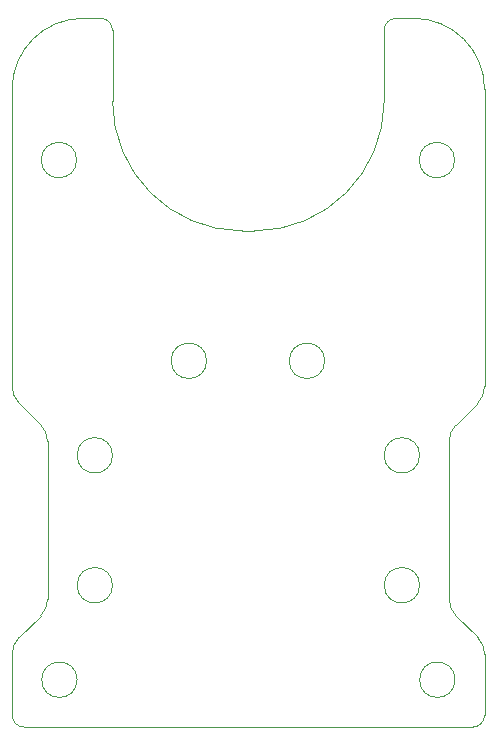
<source format=gm1>
G04 #@! TF.GenerationSoftware,KiCad,Pcbnew,5.1.9+dfsg1-1+deb11u1*
G04 #@! TF.CreationDate,2023-07-29T11:52:06+09:00*
G04 #@! TF.ProjectId,toolhead-bottom-plate,746f6f6c-6865-4616-942d-626f74746f6d,rev?*
G04 #@! TF.SameCoordinates,Original*
G04 #@! TF.FileFunction,Profile,NP*
%FSLAX46Y46*%
G04 Gerber Fmt 4.6, Leading zero omitted, Abs format (unit mm)*
G04 Created by KiCad (PCBNEW 5.1.9+dfsg1-1+deb11u1) date 2023-07-29 11:52:06*
%MOMM*%
%LPD*%
G01*
G04 APERTURE LIST*
G04 #@! TA.AperFunction,Profile*
%ADD10C,0.050000*%
G04 #@! TD*
G04 APERTURE END LIST*
D10*
X157500038Y-111000000D02*
X119500038Y-111000000D01*
X127000038Y-99000000D02*
G75*
G03*
X127000038Y-99000000I-1500000J0D01*
G01*
X156000038Y-107000000D02*
G75*
G03*
X156000038Y-107000000I-1500001J0D01*
G01*
X144963038Y-80000000D02*
G75*
G03*
X144963038Y-80000000I-1500000J0D01*
G01*
X123963038Y-63000000D02*
G75*
G03*
X123963038Y-63000000I-1500000J0D01*
G01*
X119500038Y-111000000D02*
G75*
G02*
X118500038Y-110000000I0J1000000D01*
G01*
X155500038Y-100171570D02*
X155500038Y-86828400D01*
X124000038Y-107000000D02*
G75*
G03*
X124000038Y-107000000I-1500000J0D01*
G01*
X120914238Y-85414200D02*
X119085738Y-83585800D01*
X119085738Y-103414210D02*
X120914238Y-101585790D01*
X150000038Y-52000000D02*
X150000038Y-58000000D01*
X119085824Y-83585814D02*
G75*
G02*
X118500038Y-82171600I1414214J1414214D01*
G01*
X158500038Y-110000000D02*
G75*
G02*
X157500038Y-111000000I-1000000J0D01*
G01*
X121500038Y-100171569D02*
G75*
G02*
X120914252Y-101585783I-2000000J-1D01*
G01*
X158500038Y-104828430D02*
X158500038Y-110000000D01*
X134963038Y-80000000D02*
G75*
G03*
X134963038Y-80000000I-1500000J0D01*
G01*
X157914238Y-103414210D02*
X156085738Y-101585790D01*
X158500038Y-57000000D02*
X158500038Y-82171600D01*
X126000038Y-51000000D02*
G75*
G02*
X127000038Y-52000000I0J-1000000D01*
G01*
X157914252Y-103414216D02*
G75*
G02*
X158500038Y-104828430I-1414214J-1414214D01*
G01*
X155500038Y-86828401D02*
G75*
G02*
X156085824Y-85414187I2000000J1D01*
G01*
X118500038Y-110000000D02*
X118500038Y-104828430D01*
X153000038Y-99000000D02*
G75*
G03*
X153000038Y-99000000I-1500000J0D01*
G01*
X156085738Y-85414200D02*
X157914238Y-83585800D01*
X158500038Y-82171601D02*
G75*
G02*
X157914251Y-83585814I-2000000J1D01*
G01*
X153000038Y-88000000D02*
G75*
G03*
X153000038Y-88000000I-1500000J0D01*
G01*
X152500038Y-51000000D02*
X151000038Y-51000000D01*
X118500038Y-104828429D02*
G75*
G02*
X119085825Y-103414216I2000000J-1D01*
G01*
X150000038Y-52000000D02*
G75*
G02*
X151000038Y-51000000I1000000J0D01*
G01*
X127000038Y-58000000D02*
X127000038Y-52000000D01*
X118500038Y-82171600D02*
X118500038Y-57000000D01*
X118500038Y-57000000D02*
G75*
G02*
X124500038Y-51000000I6000000J0D01*
G01*
X152500038Y-51000000D02*
G75*
G02*
X158500038Y-57000000I0J-6000000D01*
G01*
X127000038Y-88000000D02*
G75*
G03*
X127000038Y-88000000I-1500000J0D01*
G01*
X120914252Y-85414187D02*
G75*
G02*
X121500038Y-86828401I-1414214J-1414213D01*
G01*
X156085824Y-101585784D02*
G75*
G02*
X155500038Y-100171570I1414214J1414214D01*
G01*
X150000000Y-58000000D02*
G75*
G02*
X139000000Y-69000000I-11000000J0D01*
G01*
X155963038Y-63000000D02*
G75*
G03*
X155963038Y-63000000I-1500000J0D01*
G01*
X121500038Y-100171570D02*
X121500038Y-86828400D01*
X138000000Y-69000000D02*
G75*
G02*
X127000000Y-58000000I0J11000000D01*
G01*
X126000038Y-51000000D02*
X124500038Y-51000000D01*
X139000000Y-69000000D02*
X138000000Y-69000000D01*
M02*

</source>
